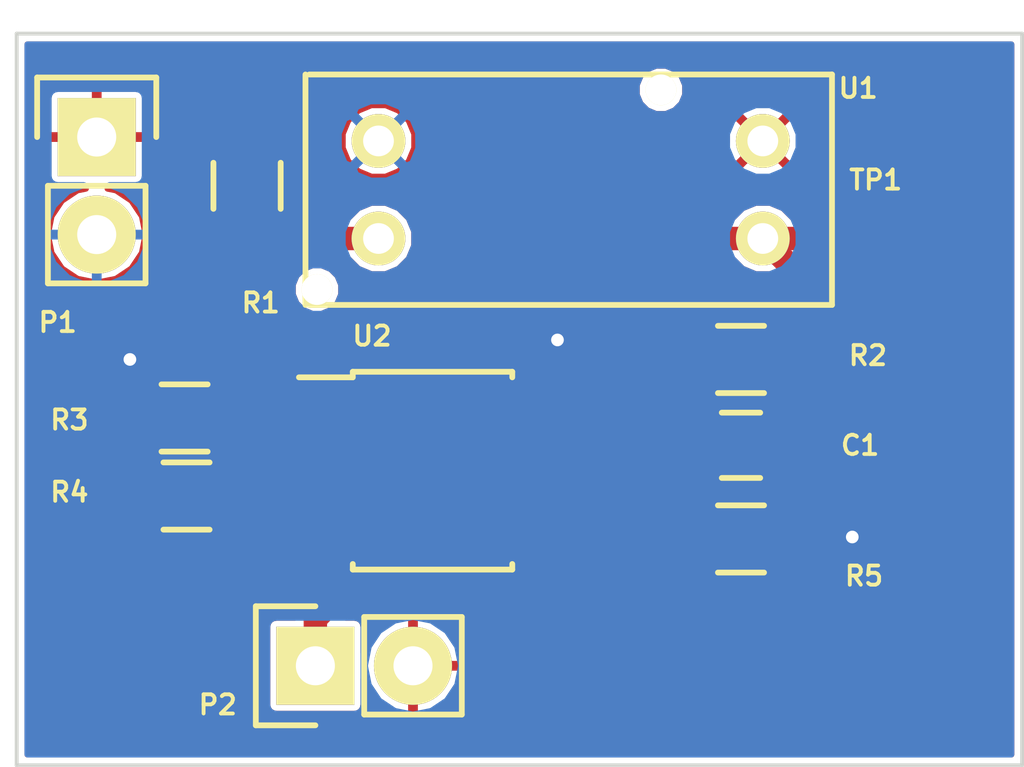
<source format=kicad_pcb>
(kicad_pcb (version 4) (host pcbnew 0.201506122246+5743~23~ubuntu14.10.1-product)

  (general
    (links 22)
    (no_connects 0)
    (area 149.323734 82.506 176.072001 102.666001)
    (thickness 1.6)
    (drawings 4)
    (tracks 44)
    (zones 0)
    (modules 11)
    (nets 8)
  )

  (page A4)
  (layers
    (0 F.Cu signal)
    (31 B.Cu signal)
    (32 B.Adhes user)
    (33 F.Adhes user)
    (34 B.Paste user)
    (35 F.Paste user)
    (36 B.SilkS user)
    (37 F.SilkS user)
    (38 B.Mask user)
    (39 F.Mask user)
    (40 Dwgs.User user)
    (41 Cmts.User user)
    (42 Eco1.User user)
    (43 Eco2.User user)
    (44 Edge.Cuts user)
    (45 Margin user)
    (46 B.CrtYd user)
    (47 F.CrtYd user)
    (48 B.Fab user)
    (49 F.Fab user)
  )

  (setup
    (last_trace_width 0.6096)
    (user_trace_width 0.3048)
    (user_trace_width 0.6096)
    (trace_clearance 0.1524)
    (zone_clearance 0.1524)
    (zone_45_only no)
    (trace_min 0.1524)
    (segment_width 0.2)
    (edge_width 0.1)
    (via_size 0.6858)
    (via_drill 0.3302)
    (via_min_size 0.6858)
    (via_min_drill 0.3302)
    (uvia_size 0.3)
    (uvia_drill 0.1)
    (uvias_allowed no)
    (uvia_min_size 0)
    (uvia_min_drill 0)
    (pcb_text_width 0.3)
    (pcb_text_size 1.5 1.5)
    (mod_edge_width 0.15)
    (mod_text_size 0.5 0.5)
    (mod_text_width 0.1)
    (pad_size 1.5 1.5)
    (pad_drill 0.6)
    (pad_to_mask_clearance 0)
    (aux_axis_origin 0 0)
    (visible_elements FFFEFF7F)
    (pcbplotparams
      (layerselection 0x010fc_80000001)
      (usegerberextensions false)
      (excludeedgelayer true)
      (linewidth 0.100000)
      (plotframeref false)
      (viasonmask false)
      (mode 1)
      (useauxorigin false)
      (hpglpennumber 1)
      (hpglpenspeed 20)
      (hpglpendiameter 15)
      (hpglpenoverlay 2)
      (psnegative false)
      (psa4output false)
      (plotreference true)
      (plotvalue false)
      (plotinvisibletext false)
      (padsonsilk false)
      (subtractmaskfromsilk true)
      (outputformat 1)
      (mirror false)
      (drillshape 0)
      (scaleselection 1)
      (outputdirectory Gerbers/))
  )

  (net 0 "")
  (net 1 VCC)
  (net 2 GND)
  (net 3 "Net-(P2-Pad1)")
  (net 4 "Net-(R1-Pad1)")
  (net 5 "Net-(R2-Pad2)")
  (net 6 "Net-(R3-Pad2)")
  (net 7 "Net-(U2-Pad5)")

  (net_class Default "This is the default net class."
    (clearance 0.1524)
    (trace_width 0.1524)
    (via_dia 0.6858)
    (via_drill 0.3302)
    (uvia_dia 0.3)
    (uvia_drill 0.1)
    (add_net GND)
    (add_net "Net-(P2-Pad1)")
    (add_net "Net-(R1-Pad1)")
    (add_net "Net-(R2-Pad2)")
    (add_net "Net-(R3-Pad2)")
    (add_net "Net-(U2-Pad5)")
    (add_net VCC)
  )

  (module Capacitors_SMD:C_0805_HandSoldering (layer F.Cu) (tedit 557E1C53) (tstamp 557E18D1)
    (at 168.7068 94.2848)
    (descr "Capacitor SMD 0805, hand soldering")
    (tags "capacitor 0805")
    (path /557E1CCF)
    (attr smd)
    (fp_text reference C1 (at 3.0988 0) (layer F.SilkS)
      (effects (font (size 0.5 0.5) (thickness 0.1)))
    )
    (fp_text value C (at 0 2.1) (layer F.Fab)
      (effects (font (size 0.5 0.5) (thickness 0.1)))
    )
    (fp_line (start -2.3 -1) (end 2.3 -1) (layer F.CrtYd) (width 0.05))
    (fp_line (start -2.3 1) (end 2.3 1) (layer F.CrtYd) (width 0.05))
    (fp_line (start -2.3 -1) (end -2.3 1) (layer F.CrtYd) (width 0.05))
    (fp_line (start 2.3 -1) (end 2.3 1) (layer F.CrtYd) (width 0.05))
    (fp_line (start 0.5 -0.85) (end -0.5 -0.85) (layer F.SilkS) (width 0.15))
    (fp_line (start -0.5 0.85) (end 0.5 0.85) (layer F.SilkS) (width 0.15))
    (pad 1 smd rect (at -1.25 0) (size 1.5 1.25) (layers F.Cu F.Paste F.Mask)
      (net 1 VCC))
    (pad 2 smd rect (at 1.25 0) (size 1.5 1.25) (layers F.Cu F.Paste F.Mask)
      (net 2 GND))
    (model Capacitors_SMD.3dshapes/C_0805_HandSoldering.wrl
      (at (xyz 0 0 0))
      (scale (xyz 1 1 1))
      (rotate (xyz 0 0 0))
    )
  )

  (module Pin_Headers:Pin_Header_Straight_1x02 (layer F.Cu) (tedit 557E1C66) (tstamp 557E18D7)
    (at 151.9428 86.2584)
    (descr "Through hole pin header")
    (tags "pin header")
    (path /557E1B5E)
    (fp_text reference P1 (at -1.016 4.826) (layer F.SilkS)
      (effects (font (size 0.5 0.5) (thickness 0.1)))
    )
    (fp_text value CONN_01X02 (at 0 -3.1) (layer F.Fab)
      (effects (font (size 0.5 0.5) (thickness 0.1)))
    )
    (fp_line (start 1.27 1.27) (end 1.27 3.81) (layer F.SilkS) (width 0.15))
    (fp_line (start 1.55 -1.55) (end 1.55 0) (layer F.SilkS) (width 0.15))
    (fp_line (start -1.75 -1.75) (end -1.75 4.3) (layer F.CrtYd) (width 0.05))
    (fp_line (start 1.75 -1.75) (end 1.75 4.3) (layer F.CrtYd) (width 0.05))
    (fp_line (start -1.75 -1.75) (end 1.75 -1.75) (layer F.CrtYd) (width 0.05))
    (fp_line (start -1.75 4.3) (end 1.75 4.3) (layer F.CrtYd) (width 0.05))
    (fp_line (start 1.27 1.27) (end -1.27 1.27) (layer F.SilkS) (width 0.15))
    (fp_line (start -1.55 0) (end -1.55 -1.55) (layer F.SilkS) (width 0.15))
    (fp_line (start -1.55 -1.55) (end 1.55 -1.55) (layer F.SilkS) (width 0.15))
    (fp_line (start -1.27 1.27) (end -1.27 3.81) (layer F.SilkS) (width 0.15))
    (fp_line (start -1.27 3.81) (end 1.27 3.81) (layer F.SilkS) (width 0.15))
    (pad 1 thru_hole rect (at 0 0) (size 2.032 2.032) (drill 1.016) (layers *.Cu *.Mask F.SilkS)
      (net 2 GND))
    (pad 2 thru_hole oval (at 0 2.54) (size 2.032 2.032) (drill 1.016) (layers *.Cu *.Mask F.SilkS)
      (net 1 VCC))
    (model Pin_Headers.3dshapes/Pin_Header_Straight_1x02.wrl
      (at (xyz 0 -0.05 0))
      (scale (xyz 1 1 1))
      (rotate (xyz 0 0 90))
    )
  )

  (module Pin_Headers:Pin_Header_Straight_1x02 (layer F.Cu) (tedit 557E1C43) (tstamp 557E18DD)
    (at 157.6324 100.0252 90)
    (descr "Through hole pin header")
    (tags "pin header")
    (path /557E28CA)
    (fp_text reference P2 (at -1.016 -2.54 360) (layer F.SilkS)
      (effects (font (size 0.5 0.5) (thickness 0.1)))
    )
    (fp_text value CONN_01X02 (at 0 -3.1 90) (layer F.Fab)
      (effects (font (size 0.5 0.5) (thickness 0.1)))
    )
    (fp_line (start 1.27 1.27) (end 1.27 3.81) (layer F.SilkS) (width 0.15))
    (fp_line (start 1.55 -1.55) (end 1.55 0) (layer F.SilkS) (width 0.15))
    (fp_line (start -1.75 -1.75) (end -1.75 4.3) (layer F.CrtYd) (width 0.05))
    (fp_line (start 1.75 -1.75) (end 1.75 4.3) (layer F.CrtYd) (width 0.05))
    (fp_line (start -1.75 -1.75) (end 1.75 -1.75) (layer F.CrtYd) (width 0.05))
    (fp_line (start -1.75 4.3) (end 1.75 4.3) (layer F.CrtYd) (width 0.05))
    (fp_line (start 1.27 1.27) (end -1.27 1.27) (layer F.SilkS) (width 0.15))
    (fp_line (start -1.55 0) (end -1.55 -1.55) (layer F.SilkS) (width 0.15))
    (fp_line (start -1.55 -1.55) (end 1.55 -1.55) (layer F.SilkS) (width 0.15))
    (fp_line (start -1.27 1.27) (end -1.27 3.81) (layer F.SilkS) (width 0.15))
    (fp_line (start -1.27 3.81) (end 1.27 3.81) (layer F.SilkS) (width 0.15))
    (pad 1 thru_hole rect (at 0 0 90) (size 2.032 2.032) (drill 1.016) (layers *.Cu *.Mask F.SilkS)
      (net 3 "Net-(P2-Pad1)"))
    (pad 2 thru_hole oval (at 0 2.54 90) (size 2.032 2.032) (drill 1.016) (layers *.Cu *.Mask F.SilkS)
      (net 2 GND))
    (model Pin_Headers.3dshapes/Pin_Header_Straight_1x02.wrl
      (at (xyz 0 -0.05 0))
      (scale (xyz 1 1 1))
      (rotate (xyz 0 0 90))
    )
  )

  (module Resistors_SMD:R_0805_HandSoldering (layer F.Cu) (tedit 557E1C64) (tstamp 557E18E3)
    (at 155.8544 87.5284 90)
    (descr "Resistor SMD 0805, hand soldering")
    (tags "resistor 0805")
    (path /557E0E54)
    (attr smd)
    (fp_text reference R1 (at -3.048 0.3556 180) (layer F.SilkS)
      (effects (font (size 0.5 0.5) (thickness 0.1)))
    )
    (fp_text value 100 (at 0 2.1 90) (layer F.Fab)
      (effects (font (size 0.5 0.5) (thickness 0.1)))
    )
    (fp_line (start -2.4 -1) (end 2.4 -1) (layer F.CrtYd) (width 0.05))
    (fp_line (start -2.4 1) (end 2.4 1) (layer F.CrtYd) (width 0.05))
    (fp_line (start -2.4 -1) (end -2.4 1) (layer F.CrtYd) (width 0.05))
    (fp_line (start 2.4 -1) (end 2.4 1) (layer F.CrtYd) (width 0.05))
    (fp_line (start 0.6 0.875) (end -0.6 0.875) (layer F.SilkS) (width 0.15))
    (fp_line (start -0.6 -0.875) (end 0.6 -0.875) (layer F.SilkS) (width 0.15))
    (pad 1 smd rect (at -1.35 0 90) (size 1.5 1.3) (layers F.Cu F.Paste F.Mask)
      (net 4 "Net-(R1-Pad1)"))
    (pad 2 smd rect (at 1.35 0 90) (size 1.5 1.3) (layers F.Cu F.Paste F.Mask)
      (net 2 GND))
    (model Resistors_SMD.3dshapes/R_0805_HandSoldering.wrl
      (at (xyz 0 0 0))
      (scale (xyz 1 1 1))
      (rotate (xyz 0 0 0))
    )
  )

  (module Resistors_SMD:R_0805_HandSoldering (layer F.Cu) (tedit 557E1C50) (tstamp 557E18E9)
    (at 168.7068 92.0496)
    (descr "Resistor SMD 0805, hand soldering")
    (tags "resistor 0805")
    (path /557E0EEC)
    (attr smd)
    (fp_text reference R2 (at 3.302 -0.1016) (layer F.SilkS)
      (effects (font (size 0.5 0.5) (thickness 0.1)))
    )
    (fp_text value 1K (at 0 2.1) (layer F.Fab)
      (effects (font (size 0.5 0.5) (thickness 0.1)))
    )
    (fp_line (start -2.4 -1) (end 2.4 -1) (layer F.CrtYd) (width 0.05))
    (fp_line (start -2.4 1) (end 2.4 1) (layer F.CrtYd) (width 0.05))
    (fp_line (start -2.4 -1) (end -2.4 1) (layer F.CrtYd) (width 0.05))
    (fp_line (start 2.4 -1) (end 2.4 1) (layer F.CrtYd) (width 0.05))
    (fp_line (start 0.6 0.875) (end -0.6 0.875) (layer F.SilkS) (width 0.15))
    (fp_line (start -0.6 -0.875) (end 0.6 -0.875) (layer F.SilkS) (width 0.15))
    (pad 1 smd rect (at -1.35 0) (size 1.5 1.3) (layers F.Cu F.Paste F.Mask)
      (net 1 VCC))
    (pad 2 smd rect (at 1.35 0) (size 1.5 1.3) (layers F.Cu F.Paste F.Mask)
      (net 5 "Net-(R2-Pad2)"))
    (model Resistors_SMD.3dshapes/R_0805_HandSoldering.wrl
      (at (xyz 0 0 0))
      (scale (xyz 1 1 1))
      (rotate (xyz 0 0 0))
    )
  )

  (module Resistors_SMD:R_0805_HandSoldering (layer F.Cu) (tedit 557E1C48) (tstamp 557E18EF)
    (at 154.2288 93.5736)
    (descr "Resistor SMD 0805, hand soldering")
    (tags "resistor 0805")
    (path /557E1466)
    (attr smd)
    (fp_text reference R3 (at -2.9972 0.0508) (layer F.SilkS)
      (effects (font (size 0.5 0.5) (thickness 0.1)))
    )
    (fp_text value 1K (at 0 2.1) (layer F.Fab)
      (effects (font (size 0.5 0.5) (thickness 0.1)))
    )
    (fp_line (start -2.4 -1) (end 2.4 -1) (layer F.CrtYd) (width 0.05))
    (fp_line (start -2.4 1) (end 2.4 1) (layer F.CrtYd) (width 0.05))
    (fp_line (start -2.4 -1) (end -2.4 1) (layer F.CrtYd) (width 0.05))
    (fp_line (start 2.4 -1) (end 2.4 1) (layer F.CrtYd) (width 0.05))
    (fp_line (start 0.6 0.875) (end -0.6 0.875) (layer F.SilkS) (width 0.15))
    (fp_line (start -0.6 -0.875) (end 0.6 -0.875) (layer F.SilkS) (width 0.15))
    (pad 1 smd rect (at -1.35 0) (size 1.5 1.3) (layers F.Cu F.Paste F.Mask)
      (net 1 VCC))
    (pad 2 smd rect (at 1.35 0) (size 1.5 1.3) (layers F.Cu F.Paste F.Mask)
      (net 6 "Net-(R3-Pad2)"))
    (model Resistors_SMD.3dshapes/R_0805_HandSoldering.wrl
      (at (xyz 0 0 0))
      (scale (xyz 1 1 1))
      (rotate (xyz 0 0 0))
    )
  )

  (module Resistors_SMD:R_0805_HandSoldering (layer F.Cu) (tedit 557E1C45) (tstamp 557E18F5)
    (at 154.2796 95.6056 180)
    (descr "Resistor SMD 0805, hand soldering")
    (tags "resistor 0805")
    (path /557E13D0)
    (attr smd)
    (fp_text reference R4 (at 3.048 0.1016 180) (layer F.SilkS)
      (effects (font (size 0.5 0.5) (thickness 0.1)))
    )
    (fp_text value 1K (at 0 2.1 180) (layer F.Fab)
      (effects (font (size 0.5 0.5) (thickness 0.1)))
    )
    (fp_line (start -2.4 -1) (end 2.4 -1) (layer F.CrtYd) (width 0.05))
    (fp_line (start -2.4 1) (end 2.4 1) (layer F.CrtYd) (width 0.05))
    (fp_line (start -2.4 -1) (end -2.4 1) (layer F.CrtYd) (width 0.05))
    (fp_line (start 2.4 -1) (end 2.4 1) (layer F.CrtYd) (width 0.05))
    (fp_line (start 0.6 0.875) (end -0.6 0.875) (layer F.SilkS) (width 0.15))
    (fp_line (start -0.6 -0.875) (end 0.6 -0.875) (layer F.SilkS) (width 0.15))
    (pad 1 smd rect (at -1.35 0 180) (size 1.5 1.3) (layers F.Cu F.Paste F.Mask)
      (net 6 "Net-(R3-Pad2)"))
    (pad 2 smd rect (at 1.35 0 180) (size 1.5 1.3) (layers F.Cu F.Paste F.Mask)
      (net 2 GND))
    (model Resistors_SMD.3dshapes/R_0805_HandSoldering.wrl
      (at (xyz 0 0 0))
      (scale (xyz 1 1 1))
      (rotate (xyz 0 0 0))
    )
  )

  (module Resistors_SMD:R_0805_HandSoldering (layer F.Cu) (tedit 557E1C56) (tstamp 557E18FB)
    (at 168.7068 96.7232 180)
    (descr "Resistor SMD 0805, hand soldering")
    (tags "resistor 0805")
    (path /557E1282)
    (attr smd)
    (fp_text reference R5 (at -3.2004 -0.9652 180) (layer F.SilkS)
      (effects (font (size 0.5 0.5) (thickness 0.1)))
    )
    (fp_text value 1K (at 0 2.1 180) (layer F.Fab)
      (effects (font (size 0.5 0.5) (thickness 0.1)))
    )
    (fp_line (start -2.4 -1) (end 2.4 -1) (layer F.CrtYd) (width 0.05))
    (fp_line (start -2.4 1) (end 2.4 1) (layer F.CrtYd) (width 0.05))
    (fp_line (start -2.4 -1) (end -2.4 1) (layer F.CrtYd) (width 0.05))
    (fp_line (start 2.4 -1) (end 2.4 1) (layer F.CrtYd) (width 0.05))
    (fp_line (start 0.6 0.875) (end -0.6 0.875) (layer F.SilkS) (width 0.15))
    (fp_line (start -0.6 -0.875) (end 0.6 -0.875) (layer F.SilkS) (width 0.15))
    (pad 1 smd rect (at -1.35 0 180) (size 1.5 1.3) (layers F.Cu F.Paste F.Mask)
      (net 1 VCC))
    (pad 2 smd rect (at 1.35 0 180) (size 1.5 1.3) (layers F.Cu F.Paste F.Mask)
      (net 3 "Net-(P2-Pad1)"))
    (model Resistors_SMD.3dshapes/R_0805_HandSoldering.wrl
      (at (xyz 0 0 0))
      (scale (xyz 1 1 1))
      (rotate (xyz 0 0 0))
    )
  )

  (module Housings_SOIC:SOIC-8_3.9x4.9mm_Pitch1.27mm (layer F.Cu) (tedit 557E1C4B) (tstamp 557E190C)
    (at 160.6804 94.9452)
    (descr "8-Lead Plastic Small Outline (SN) - Narrow, 3.90 mm Body [SOIC] (see Microchip Packaging Specification 00000049BS.pdf)")
    (tags "SOIC 1.27")
    (path /557E112B)
    (attr smd)
    (fp_text reference U2 (at -1.5748 -3.5052) (layer F.SilkS)
      (effects (font (size 0.5 0.5) (thickness 0.1)))
    )
    (fp_text value LM311N (at 0 3.5) (layer F.Fab)
      (effects (font (size 0.5 0.5) (thickness 0.1)))
    )
    (fp_line (start -3.75 -2.75) (end -3.75 2.75) (layer F.CrtYd) (width 0.05))
    (fp_line (start 3.75 -2.75) (end 3.75 2.75) (layer F.CrtYd) (width 0.05))
    (fp_line (start -3.75 -2.75) (end 3.75 -2.75) (layer F.CrtYd) (width 0.05))
    (fp_line (start -3.75 2.75) (end 3.75 2.75) (layer F.CrtYd) (width 0.05))
    (fp_line (start -2.075 -2.575) (end -2.075 -2.43) (layer F.SilkS) (width 0.15))
    (fp_line (start 2.075 -2.575) (end 2.075 -2.43) (layer F.SilkS) (width 0.15))
    (fp_line (start 2.075 2.575) (end 2.075 2.43) (layer F.SilkS) (width 0.15))
    (fp_line (start -2.075 2.575) (end -2.075 2.43) (layer F.SilkS) (width 0.15))
    (fp_line (start -2.075 -2.575) (end 2.075 -2.575) (layer F.SilkS) (width 0.15))
    (fp_line (start -2.075 2.575) (end 2.075 2.575) (layer F.SilkS) (width 0.15))
    (fp_line (start -2.075 -2.43) (end -3.475 -2.43) (layer F.SilkS) (width 0.15))
    (pad 1 smd rect (at -2.7 -1.905) (size 1.55 0.6) (layers F.Cu F.Paste F.Mask)
      (net 2 GND))
    (pad 2 smd rect (at -2.7 -0.635) (size 1.55 0.6) (layers F.Cu F.Paste F.Mask)
      (net 5 "Net-(R2-Pad2)"))
    (pad 3 smd rect (at -2.7 0.635) (size 1.55 0.6) (layers F.Cu F.Paste F.Mask)
      (net 6 "Net-(R3-Pad2)"))
    (pad 4 smd rect (at -2.7 1.905) (size 1.55 0.6) (layers F.Cu F.Paste F.Mask)
      (net 2 GND))
    (pad 5 smd rect (at 2.7 1.905) (size 1.55 0.6) (layers F.Cu F.Paste F.Mask)
      (net 7 "Net-(U2-Pad5)"))
    (pad 6 smd rect (at 2.7 0.635) (size 1.55 0.6) (layers F.Cu F.Paste F.Mask)
      (net 7 "Net-(U2-Pad5)"))
    (pad 7 smd rect (at 2.7 -0.635) (size 1.55 0.6) (layers F.Cu F.Paste F.Mask)
      (net 3 "Net-(P2-Pad1)"))
    (pad 8 smd rect (at 2.7 -1.905) (size 1.55 0.6) (layers F.Cu F.Paste F.Mask)
      (net 1 VCC))
    (model Housings_SOIC.3dshapes/SOIC-8_3.9x4.9mm_Pitch1.27mm.wrl
      (at (xyz 0 0 0))
      (scale (xyz 1 1 1))
      (rotate (xyz 0 0 0))
    )
  )

  (module MotorEncoder:RPI-579N1 (layer F.Cu) (tedit 557E1C77) (tstamp 557E1976)
    (at 164.2745 87.63)
    (path /557E0DBD)
    (fp_text reference U1 (at 7.4803 -2.6416) (layer F.SilkS)
      (effects (font (size 0.5 0.5) (thickness 0.1)))
    )
    (fp_text value RPI-579N1 (at -0.254 -4.4196) (layer F.Fab)
      (effects (font (size 0.5 0.5) (thickness 0.1)))
    )
    (fp_line (start -6.8 -3) (end 6.8 -3) (layer F.SilkS) (width 0.15))
    (fp_line (start 6.8 -3) (end 6.8 3) (layer F.SilkS) (width 0.15))
    (fp_line (start 6.8 3) (end -6.8 3) (layer F.SilkS) (width 0.15))
    (fp_line (start -6.9 -3) (end -6.9 3) (layer F.SilkS) (width 0.15))
    (pad "" np_thru_hole circle (at 2.35 -2.6) (size 0.8 0.8) (drill 0.8) (layers *.Cu *.Mask F.SilkS))
    (pad "" np_thru_hole circle (at -6.6 2.6) (size 0.8 0.8) (drill 0.8) (layers *.Cu *.Mask F.SilkS))
    (pad 2 thru_hole circle (at -5 1.27) (size 1.4 1.4) (drill 0.8) (layers *.Cu *.Mask F.SilkS)
      (net 4 "Net-(R1-Pad1)"))
    (pad 1 thru_hole circle (at -5 -1.27) (size 1.4 1.4) (drill 0.8) (layers *.Cu *.Mask F.SilkS)
      (net 1 VCC))
    (pad 3 thru_hole circle (at 5 1.27) (size 1.4 1.4) (drill 0.8) (layers *.Cu *.Mask F.SilkS)
      (net 5 "Net-(R2-Pad2)"))
    (pad 4 thru_hole circle (at 5 -1.27) (size 1.4 1.4) (drill 0.8) (layers *.Cu *.Mask F.SilkS)
      (net 2 GND))
  )

  (module Measurement_Points:Measurement_Point_Round-SMD-Pad_Small (layer F.Cu) (tedit 557E1D4C) (tstamp 557E1900)
    (at 172.466 88.9)
    (descr "Mesurement Point, Round, SMD Pad, DM 1.5mm,")
    (tags "Mesurement Point, Round, SMD Pad, DM 1.5mm,")
    (path /557E2BC3)
    (fp_text reference TP1 (at -0.254 -1.524) (layer F.SilkS)
      (effects (font (size 0.5 0.5) (thickness 0.1)))
    )
    (fp_text value OptoOut (at 1.27 2.54) (layer F.Fab)
      (effects (font (size 0.5 0.5) (thickness 0.1)))
    )
    (pad 1 smd circle (at 0 0) (size 1.524 1.524) (layers F.Cu F.Paste F.Mask)
      (net 5 "Net-(R2-Pad2)"))
  )

  (gr_line (start 176.022 83.566) (end 149.86 83.566) (angle 90) (layer Edge.Cuts) (width 0.1))
  (gr_line (start 176.022 102.616) (end 176.022 83.566) (angle 90) (layer Edge.Cuts) (width 0.1))
  (gr_line (start 149.86 102.616) (end 176.022 102.616) (angle 90) (layer Edge.Cuts) (width 0.1))
  (gr_line (start 149.86 83.566) (end 149.86 102.616) (angle 90) (layer Edge.Cuts) (width 0.1))

  (segment (start 152.8788 93.5736) (end 152.8788 92.122) (width 0.6096) (layer F.Cu) (net 1))
  (via (at 152.8064 92.0496) (size 0.6858) (layers F.Cu B.Cu) (net 1))
  (segment (start 152.8788 92.122) (end 152.8064 92.0496) (width 0.6096) (layer F.Cu) (net 1) (tstamp 557E1C33))
  (segment (start 170.0568 96.7232) (end 171.5516 96.7232) (width 0.6096) (layer F.Cu) (net 1))
  (via (at 171.6024 96.6724) (size 0.6858) (layers F.Cu B.Cu) (net 1))
  (segment (start 171.5516 96.7232) (end 171.6024 96.6724) (width 0.6096) (layer F.Cu) (net 1) (tstamp 557E1B76))
  (segment (start 167.3568 92.0496) (end 165.862 92.0496) (width 0.6096) (layer F.Cu) (net 1))
  (segment (start 165.862 92.0496) (end 164.9984 92.9132) (width 0.6096) (layer F.Cu) (net 1) (tstamp 557E1B0A))
  (segment (start 164.592 92.9132) (end 164.9984 92.9132) (width 0.6096) (layer F.Cu) (net 1))
  (segment (start 166.37 94.2848) (end 167.4568 94.2848) (width 0.6096) (layer F.Cu) (net 1) (tstamp 557E1B07))
  (segment (start 164.9984 92.9132) (end 166.37 94.2848) (width 0.6096) (layer F.Cu) (net 1) (tstamp 557E1B06))
  (segment (start 164.592 92.964) (end 164.592 92.9132) (width 0.6096) (layer F.Cu) (net 1))
  (segment (start 164.592 92.9132) (end 164.592 92.202) (width 0.6096) (layer F.Cu) (net 1) (tstamp 557E1B04))
  (via (at 163.9316 91.5416) (size 0.6858) (layers F.Cu B.Cu) (net 1))
  (segment (start 164.592 92.202) (end 163.9316 91.5416) (width 0.6096) (layer F.Cu) (net 1) (tstamp 557E1A73))
  (segment (start 164.592 92.964) (end 163.4566 92.964) (width 0.6096) (layer F.Cu) (net 1) (tstamp 557E1A71))
  (segment (start 163.4566 92.964) (end 163.3804 93.0402) (width 0.6096) (layer F.Cu) (net 1) (tstamp 557E1A6E))
  (segment (start 167.3568 96.7232) (end 166.7256 96.7232) (width 0.6096) (layer F.Cu) (net 3))
  (segment (start 166.7256 96.7232) (end 165.354 95.3516) (width 0.6096) (layer F.Cu) (net 3) (tstamp 557E1B6D))
  (segment (start 165.354 95.3516) (end 165.354 94.8944) (width 0.6096) (layer F.Cu) (net 3) (tstamp 557E1B6F))
  (segment (start 165.354 94.8944) (end 164.7698 94.3102) (width 0.6096) (layer F.Cu) (net 3) (tstamp 557E1B71))
  (segment (start 164.7698 94.3102) (end 163.3804 94.3102) (width 0.6096) (layer F.Cu) (net 3) (tstamp 557E1B72))
  (segment (start 157.6324 100.0252) (end 157.6324 98.806) (width 0.6096) (layer F.Cu) (net 3))
  (segment (start 162.0266 94.3102) (end 163.3804 94.3102) (width 0.6096) (layer F.Cu) (net 3) (tstamp 557E1B5A))
  (segment (start 161.4424 94.8944) (end 162.0266 94.3102) (width 0.6096) (layer F.Cu) (net 3) (tstamp 557E1B59))
  (segment (start 161.4424 96.012) (end 161.4424 94.8944) (width 0.6096) (layer F.Cu) (net 3) (tstamp 557E1B57))
  (segment (start 159.3596 98.0948) (end 161.4424 96.012) (width 0.6096) (layer F.Cu) (net 3) (tstamp 557E1B56))
  (segment (start 158.3436 98.0948) (end 159.3596 98.0948) (width 0.6096) (layer F.Cu) (net 3) (tstamp 557E1B55))
  (segment (start 157.6324 98.806) (end 158.3436 98.0948) (width 0.6096) (layer F.Cu) (net 3) (tstamp 557E1B53))
  (segment (start 155.8836 88.9) (end 159.2745 88.9) (width 0.6096) (layer F.Cu) (net 4))
  (segment (start 172.466 88.9) (end 169.2745 88.9) (width 0.6096) (layer F.Cu) (net 5))
  (segment (start 169.3253 88.9508) (end 169.2745 88.9) (width 0.6096) (layer F.Cu) (net 5) (tstamp 557E1D0A))
  (segment (start 170.0568 92.0496) (end 170.0568 89.6823) (width 0.6096) (layer F.Cu) (net 5))
  (segment (start 170.0568 89.6823) (end 169.2745 88.9) (width 0.6096) (layer F.Cu) (net 5) (tstamp 557E1B0E))
  (segment (start 169.2745 88.9) (end 163.576 88.9) (width 0.6096) (layer F.Cu) (net 5))
  (segment (start 160.147 94.3102) (end 157.9804 94.3102) (width 0.6096) (layer F.Cu) (net 5) (tstamp 557E1A60))
  (segment (start 160.782 93.6752) (end 160.147 94.3102) (width 0.6096) (layer F.Cu) (net 5) (tstamp 557E1A5F))
  (segment (start 160.782 91.694) (end 160.782 93.6752) (width 0.6096) (layer F.Cu) (net 5) (tstamp 557E1A5D))
  (segment (start 163.576 88.9) (end 160.782 91.694) (width 0.6096) (layer F.Cu) (net 5) (tstamp 557E1A5B))
  (segment (start 155.5788 93.5736) (end 155.5788 95.5548) (width 0.6096) (layer F.Cu) (net 6))
  (segment (start 155.5788 95.5548) (end 155.6296 95.6056) (width 0.6096) (layer F.Cu) (net 6) (tstamp 557E1C2F))
  (segment (start 155.6296 95.6056) (end 157.955 95.6056) (width 0.6096) (layer F.Cu) (net 6))
  (segment (start 157.955 95.6056) (end 157.9804 95.5802) (width 0.6096) (layer F.Cu) (net 6) (tstamp 557E1BC7))
  (segment (start 163.3804 95.5802) (end 163.3804 96.8502) (width 0.6096) (layer F.Cu) (net 7))

  (zone (net 2) (net_name GND) (layer F.Cu) (tstamp 557E1CC1) (hatch edge 0.508)
    (connect_pads (clearance 0.1524))
    (min_thickness 0.1524)
    (fill yes (arc_segments 16) (thermal_gap 0.254) (thermal_bridge_width 0.254))
    (polygon
      (pts
        (xy 176.022 102.616) (xy 149.86 102.616) (xy 149.86 83.566) (xy 176.022 83.566)
      )
    )
    (filled_polygon
      (pts
        (xy 175.7434 102.3374) (xy 175.7434 102.3374) (xy 150.1386 102.3374) (xy 150.1386 96.901) (xy 156.95775 96.901)
        (xy 156.8752 96.98355) (xy 156.8752 97.215881) (xy 156.92547 97.337243) (xy 157.018357 97.43013) (xy 157.139719 97.4804)
        (xy 157.84705 97.4804) (xy 157.9296 97.39785) (xy 157.9296 96.901) (xy 158.0312 96.901) (xy 158.0312 97.39785)
        (xy 158.11375 97.4804) (xy 158.821081 97.4804) (xy 158.942443 97.43013) (xy 159.03533 97.337243) (xy 159.0856 97.215881)
        (xy 159.0856 96.98355) (xy 159.00305 96.901) (xy 158.0312 96.901) (xy 157.9296 96.901) (xy 157.9296 96.901)
        (xy 156.95775 96.901) (xy 150.1386 96.901) (xy 150.1386 95.6564) (xy 151.93195 95.6564) (xy 151.8494 95.73895)
        (xy 151.8494 96.321281) (xy 151.89967 96.442643) (xy 151.992557 96.53553) (xy 152.113919 96.5858) (xy 152.79625 96.5858)
        (xy 152.8788 96.50325) (xy 152.8788 95.6564) (xy 152.9804 95.6564) (xy 152.9804 96.50325) (xy 153.06295 96.5858)
        (xy 153.745281 96.5858) (xy 153.866643 96.53553) (xy 153.95953 96.442643) (xy 154.0098 96.321281) (xy 154.0098 95.73895)
        (xy 153.92725 95.6564) (xy 152.9804 95.6564) (xy 152.8788 95.6564) (xy 152.8788 95.6564) (xy 151.93195 95.6564)
        (xy 150.1386 95.6564) (xy 150.1386 94.6254) (xy 152.113919 94.6254) (xy 151.992557 94.67567) (xy 151.89967 94.768557)
        (xy 151.8494 94.889919) (xy 151.8494 95.47225) (xy 151.93195 95.5548) (xy 152.8788 95.5548) (xy 152.8788 94.70795)
        (xy 152.79625 94.6254) (xy 153.06295 94.6254) (xy 152.9804 94.70795) (xy 152.9804 95.5548) (xy 153.92725 95.5548)
        (xy 154.0098 95.47225) (xy 154.0098 94.889919) (xy 153.95953 94.768557) (xy 153.866643 94.67567) (xy 153.745281 94.6254)
        (xy 153.06295 94.6254) (xy 152.79625 94.6254) (xy 152.79625 94.6254) (xy 152.113919 94.6254) (xy 150.1386 94.6254)
        (xy 150.1386 91.478001) (xy 152.69322 91.478001) (xy 152.483094 91.564824) (xy 152.322189 91.725449) (xy 152.235 91.935423)
        (xy 152.234801 92.16278) (xy 152.321624 92.372906) (xy 152.3454 92.396723) (xy 152.3454 92.690521) (xy 152.1288 92.690521)
        (xy 152.041636 92.707433) (xy 151.965026 92.757758) (xy 151.913744 92.833729) (xy 151.895721 92.9236) (xy 151.895721 94.2236)
        (xy 151.912633 94.310764) (xy 151.962958 94.387374) (xy 152.038929 94.438656) (xy 152.1288 94.456679) (xy 153.6288 94.456679)
        (xy 153.715964 94.439767) (xy 153.792574 94.389442) (xy 153.843856 94.313471) (xy 153.861879 94.2236) (xy 153.861879 92.9236)
        (xy 153.844967 92.836436) (xy 153.794642 92.759826) (xy 153.718671 92.708544) (xy 153.6288 92.690521) (xy 154.8288 92.690521)
        (xy 154.741636 92.707433) (xy 154.665026 92.757758) (xy 154.613744 92.833729) (xy 154.595721 92.9236) (xy 154.595721 94.2236)
        (xy 154.612633 94.310764) (xy 154.662958 94.387374) (xy 154.738929 94.438656) (xy 154.8288 94.456679) (xy 155.0454 94.456679)
        (xy 155.0454 94.722521) (xy 154.8796 94.722521) (xy 154.792436 94.739433) (xy 154.715826 94.789758) (xy 154.664544 94.865729)
        (xy 154.646521 94.9556) (xy 154.646521 96.2556) (xy 154.663433 96.342764) (xy 154.713758 96.419374) (xy 154.789729 96.470656)
        (xy 154.8796 96.488679) (xy 156.3796 96.488679) (xy 156.466764 96.471767) (xy 156.543374 96.421442) (xy 156.594656 96.345471)
        (xy 156.612679 96.2556) (xy 156.612679 96.22) (xy 157.139719 96.22) (xy 157.018357 96.27027) (xy 156.92547 96.363157)
        (xy 156.8752 96.484519) (xy 156.8752 96.71685) (xy 156.95775 96.7994) (xy 157.9296 96.7994) (xy 157.9296 96.30255)
        (xy 157.84705 96.22) (xy 158.11375 96.22) (xy 158.0312 96.30255) (xy 158.0312 96.7994) (xy 159.00305 96.7994)
        (xy 159.0856 96.71685) (xy 159.0856 96.484519) (xy 159.03533 96.363157) (xy 158.942443 96.27027) (xy 158.821081 96.22)
        (xy 158.11375 96.22) (xy 157.84705 96.22) (xy 157.84705 96.22) (xy 157.139719 96.22) (xy 156.612679 96.22)
        (xy 156.612679 96.139) (xy 157.955 96.139) (xy 158.084307 96.113279) (xy 158.7554 96.113279) (xy 158.842564 96.096367)
        (xy 158.919174 96.046042) (xy 158.970456 95.970071) (xy 158.988479 95.8802) (xy 158.988479 95.2802) (xy 158.971567 95.193036)
        (xy 158.921242 95.116426) (xy 158.845271 95.065144) (xy 158.7554 95.047121) (xy 157.982014 95.047121) (xy 157.9804 95.0468)
        (xy 157.978786 95.047121) (xy 157.2054 95.047121) (xy 157.118236 95.064033) (xy 157.105803 95.0722) (xy 156.612679 95.0722)
        (xy 156.612679 94.9556) (xy 156.595767 94.868436) (xy 156.545442 94.791826) (xy 156.469471 94.740544) (xy 156.3796 94.722521)
        (xy 156.1122 94.722521) (xy 156.1122 94.456679) (xy 156.3288 94.456679) (xy 156.415964 94.439767) (xy 156.492574 94.389442)
        (xy 156.543856 94.313471) (xy 156.561879 94.2236) (xy 156.561879 93.091) (xy 156.95775 93.091) (xy 156.8752 93.17355)
        (xy 156.8752 93.405881) (xy 156.92547 93.527243) (xy 157.018357 93.62013) (xy 157.139719 93.6704) (xy 157.84705 93.6704)
        (xy 157.9296 93.58785) (xy 157.9296 93.091) (xy 158.0312 93.091) (xy 158.0312 93.58785) (xy 158.11375 93.6704)
        (xy 158.821081 93.6704) (xy 158.942443 93.62013) (xy 159.03533 93.527243) (xy 159.0856 93.405881) (xy 159.0856 93.17355)
        (xy 159.00305 93.091) (xy 158.0312 93.091) (xy 157.9296 93.091) (xy 157.9296 93.091) (xy 156.95775 93.091)
        (xy 156.561879 93.091) (xy 156.561879 92.9236) (xy 156.544967 92.836436) (xy 156.494642 92.759826) (xy 156.418671 92.708544)
        (xy 156.3288 92.690521) (xy 154.8288 92.690521) (xy 153.6288 92.690521) (xy 153.6288 92.690521) (xy 153.4122 92.690521)
        (xy 153.4122 92.41) (xy 157.139719 92.41) (xy 157.018357 92.46027) (xy 156.92547 92.553157) (xy 156.8752 92.674519)
        (xy 156.8752 92.90685) (xy 156.95775 92.9894) (xy 157.9296 92.9894) (xy 157.9296 92.49255) (xy 157.84705 92.41)
        (xy 158.11375 92.41) (xy 158.0312 92.49255) (xy 158.0312 92.9894) (xy 159.00305 92.9894) (xy 159.0856 92.90685)
        (xy 159.0856 92.674519) (xy 159.03533 92.553157) (xy 158.942443 92.46027) (xy 158.821081 92.41) (xy 158.11375 92.41)
        (xy 157.84705 92.41) (xy 157.84705 92.41) (xy 157.139719 92.41) (xy 153.4122 92.41) (xy 153.4122 92.122)
        (xy 153.377987 91.950002) (xy 153.377999 91.93642) (xy 153.372767 91.923757) (xy 153.371597 91.917877) (xy 153.368295 91.912936)
        (xy 153.291176 91.726294) (xy 153.130551 91.565389) (xy 152.920577 91.4782) (xy 152.69322 91.478001) (xy 150.1386 91.478001)
        (xy 150.1386 86.3092) (xy 150.67915 86.3092) (xy 150.5966 86.39175) (xy 150.5966 87.340081) (xy 150.64687 87.461443)
        (xy 150.739757 87.55433) (xy 150.861119 87.6046) (xy 151.663029 87.6046) (xy 151.442129 87.64854) (xy 151.038352 87.918335)
        (xy 150.768557 88.322112) (xy 150.673817 88.7984) (xy 150.768557 89.274688) (xy 151.038352 89.678465) (xy 151.442129 89.94826)
        (xy 151.918417 90.043) (xy 151.967183 90.043) (xy 152.443471 89.94826) (xy 152.847248 89.678465) (xy 153.117043 89.274688)
        (xy 153.211783 88.7984) (xy 153.117043 88.322112) (xy 152.847248 87.918335) (xy 152.812806 87.895321) (xy 155.2044 87.895321)
        (xy 155.117236 87.912233) (xy 155.040626 87.962558) (xy 154.989344 88.038529) (xy 154.971321 88.1284) (xy 154.971321 89.6284)
        (xy 154.988233 89.715564) (xy 155.038558 89.792174) (xy 155.114529 89.843456) (xy 155.2044 89.861479) (xy 156.5044 89.861479)
        (xy 156.591564 89.844567) (xy 156.668174 89.794242) (xy 156.719456 89.718271) (xy 156.737479 89.6284) (xy 156.737479 89.601291)
        (xy 157.550012 89.601291) (xy 157.318892 89.696788) (xy 157.14191 89.873462) (xy 157.046009 90.104415) (xy 157.045791 90.354488)
        (xy 157.141288 90.585608) (xy 157.317962 90.76259) (xy 157.548915 90.858491) (xy 157.798988 90.858709) (xy 158.030108 90.763212)
        (xy 158.20709 90.586538) (xy 158.302991 90.355585) (xy 158.303209 90.105512) (xy 158.207712 89.874392) (xy 158.031038 89.69741)
        (xy 157.800085 89.601509) (xy 157.550012 89.601291) (xy 156.737479 89.601291) (xy 156.737479 89.4334) (xy 158.494876 89.4334)
        (xy 158.747804 89.686769) (xy 159.08898 89.828438) (xy 159.4584 89.82876) (xy 159.799822 89.687688) (xy 160.061269 89.426696)
        (xy 160.202938 89.08552) (xy 160.20326 88.7161) (xy 160.062188 88.374678) (xy 159.801196 88.113231) (xy 159.46002 87.971562)
        (xy 159.0906 87.97124) (xy 158.749178 88.112312) (xy 158.494447 88.3666) (xy 156.737479 88.3666) (xy 156.737479 88.1284)
        (xy 156.720567 88.041236) (xy 156.670242 87.964626) (xy 156.594271 87.913344) (xy 156.573747 87.909228) (xy 172.269822 87.909228)
        (xy 171.905603 88.059721) (xy 171.6267 88.338138) (xy 171.614881 88.3666) (xy 170.054124 88.3666) (xy 169.801196 88.113231)
        (xy 169.46002 87.971562) (xy 169.0906 87.97124) (xy 168.749178 88.112312) (xy 168.494447 88.3666) (xy 163.576005 88.3666)
        (xy 163.576 88.366599) (xy 163.371877 88.407203) (xy 163.198829 88.522829) (xy 160.404829 91.316829) (xy 160.289203 91.489877)
        (xy 160.2486 91.694) (xy 160.2486 93.454259) (xy 159.926058 93.7768) (xy 157.9804 93.7768) (xy 157.978786 93.777121)
        (xy 157.2054 93.777121) (xy 157.118236 93.794033) (xy 157.041626 93.844358) (xy 156.990344 93.920329) (xy 156.972321 94.0102)
        (xy 156.972321 94.6102) (xy 156.989233 94.697364) (xy 157.039558 94.773974) (xy 157.115529 94.825256) (xy 157.2054 94.843279)
        (xy 157.978786 94.843279) (xy 157.9804 94.8436) (xy 160.147 94.8436) (xy 160.351123 94.802997) (xy 160.524171 94.687371)
        (xy 160.524172 94.68737) (xy 161.159168 94.052373) (xy 161.159171 94.052371) (xy 161.274797 93.879323) (xy 161.287114 93.817403)
        (xy 161.29519 93.776799) (xy 162.0266 93.776799) (xy 161.822477 93.817403) (xy 161.649429 93.933029) (xy 161.649427 93.933032)
        (xy 161.065229 94.517229) (xy 160.949603 94.690277) (xy 160.909 94.8944) (xy 160.909 95.791058) (xy 159.138658 97.5614)
        (xy 158.343605 97.5614) (xy 158.3436 97.561399) (xy 158.139477 97.602003) (xy 157.966429 97.717629) (xy 157.255229 98.428829)
        (xy 157.139603 98.601877) (xy 157.104943 98.776121) (xy 156.6164 98.776121) (xy 156.529236 98.793033) (xy 156.452626 98.843358)
        (xy 156.401344 98.919329) (xy 156.383321 99.0092) (xy 156.383321 101.0412) (xy 156.400233 101.128364) (xy 156.450558 101.204974)
        (xy 156.526529 101.256256) (xy 156.6164 101.274279) (xy 158.6484 101.274279) (xy 158.735564 101.257367) (xy 158.812174 101.207042)
        (xy 158.863456 101.131071) (xy 158.881479 101.0412) (xy 158.881479 100.358108) (xy 159.051933 100.771402) (xy 159.422783 101.143385)
        (xy 159.907755 101.345134) (xy 159.911783 101.345932) (xy 160.1216 101.287828) (xy 160.1216 100.076) (xy 160.2232 100.076)
        (xy 160.2232 101.287828) (xy 160.433017 101.345932) (xy 160.437045 101.345134) (xy 160.922017 101.143385) (xy 161.292867 100.771402)
        (xy 161.493136 100.285817) (xy 161.435095 100.076) (xy 160.2232 100.076) (xy 160.1216 100.076) (xy 160.1216 100.076)
        (xy 160.1016 100.076) (xy 160.1016 99.9744) (xy 160.1216 99.9744) (xy 160.1216 98.762572) (xy 159.911783 98.704468)
        (xy 160.433017 98.704468) (xy 160.2232 98.762572) (xy 160.2232 99.9744) (xy 161.435095 99.9744) (xy 161.493136 99.764583)
        (xy 161.292867 99.278998) (xy 160.922017 98.907015) (xy 160.437045 98.705266) (xy 160.433017 98.704468) (xy 159.911783 98.704468)
        (xy 159.911783 98.704468) (xy 159.907755 98.705266) (xy 159.422783 98.907015) (xy 159.051933 99.278998) (xy 158.881479 99.692292)
        (xy 158.881479 99.0092) (xy 158.864567 98.922036) (xy 158.814242 98.845426) (xy 158.738271 98.794144) (xy 158.6484 98.776121)
        (xy 158.416621 98.776121) (xy 158.564542 98.6282) (xy 159.3596 98.6282) (xy 159.563723 98.587597) (xy 159.736771 98.471971)
        (xy 161.819571 96.389171) (xy 161.935197 96.216123) (xy 161.9758 96.012) (xy 161.9758 95.115342) (xy 162.044341 95.0468)
        (xy 163.3804 95.0468) (xy 163.378786 95.047121) (xy 162.6054 95.047121) (xy 162.518236 95.064033) (xy 162.441626 95.114358)
        (xy 162.390344 95.190329) (xy 162.372321 95.2802) (xy 162.372321 95.8802) (xy 162.389233 95.967364) (xy 162.439558 96.043974)
        (xy 162.515529 96.095256) (xy 162.6054 96.113279) (xy 162.847 96.113279) (xy 162.847 96.317121) (xy 162.6054 96.317121)
        (xy 162.518236 96.334033) (xy 162.441626 96.384358) (xy 162.390344 96.460329) (xy 162.372321 96.5502) (xy 162.372321 97.1502)
        (xy 162.389233 97.237364) (xy 162.439558 97.313974) (xy 162.515529 97.365256) (xy 162.6054 97.383279) (xy 163.378786 97.383279)
        (xy 163.3804 97.3836) (xy 163.382014 97.383279) (xy 164.1554 97.383279) (xy 164.242564 97.366367) (xy 164.319174 97.316042)
        (xy 164.370456 97.240071) (xy 164.388479 97.1502) (xy 164.388479 96.5502) (xy 164.371567 96.463036) (xy 164.321242 96.386426)
        (xy 164.245271 96.335144) (xy 164.1554 96.317121) (xy 163.9138 96.317121) (xy 163.9138 96.113279) (xy 164.1554 96.113279)
        (xy 164.242564 96.096367) (xy 164.319174 96.046042) (xy 164.370456 95.970071) (xy 164.388479 95.8802) (xy 164.388479 95.2802)
        (xy 164.371567 95.193036) (xy 164.321242 95.116426) (xy 164.245271 95.065144) (xy 164.1554 95.047121) (xy 163.382014 95.047121)
        (xy 163.3804 95.0468) (xy 162.044341 95.0468) (xy 162.247541 94.8436) (xy 164.548858 94.8436) (xy 164.8206 95.115341)
        (xy 164.8206 95.3516) (xy 164.861203 95.555723) (xy 164.976829 95.728771) (xy 166.348429 97.100371) (xy 166.373721 97.117271)
        (xy 166.373721 97.3732) (xy 166.390633 97.460364) (xy 166.440958 97.536974) (xy 166.516929 97.588256) (xy 166.6068 97.606279)
        (xy 168.1068 97.606279) (xy 168.193964 97.589367) (xy 168.270574 97.539042) (xy 168.321856 97.463071) (xy 168.339879 97.3732)
        (xy 168.339879 96.0732) (xy 168.322967 95.986036) (xy 168.272642 95.909426) (xy 168.196671 95.858144) (xy 168.1068 95.840121)
        (xy 169.3068 95.840121) (xy 169.219636 95.857033) (xy 169.143026 95.907358) (xy 169.091744 95.983329) (xy 169.073721 96.0732)
        (xy 169.073721 97.3732) (xy 169.090633 97.460364) (xy 169.140958 97.536974) (xy 169.216929 97.588256) (xy 169.3068 97.606279)
        (xy 170.8068 97.606279) (xy 170.893964 97.589367) (xy 170.970574 97.539042) (xy 171.021856 97.463071) (xy 171.039879 97.3732)
        (xy 171.039879 97.2566) (xy 171.5516 97.2566) (xy 171.61539 97.243911) (xy 171.71558 97.243999) (xy 171.925706 97.157176)
        (xy 172.086611 96.996551) (xy 172.1738 96.786577) (xy 172.173999 96.55922) (xy 172.087176 96.349094) (xy 171.926551 96.188189)
        (xy 171.716577 96.101) (xy 171.48922 96.100801) (xy 171.279094 96.187624) (xy 171.276914 96.1898) (xy 171.039879 96.1898)
        (xy 171.039879 96.0732) (xy 171.022967 95.986036) (xy 170.972642 95.909426) (xy 170.896671 95.858144) (xy 170.8068 95.840121)
        (xy 169.3068 95.840121) (xy 168.1068 95.840121) (xy 168.1068 95.840121) (xy 166.6068 95.840121) (xy 166.598478 95.841736)
        (xy 165.8874 95.130658) (xy 165.8874 94.894405) (xy 165.887401 94.8944) (xy 165.846797 94.690277) (xy 165.803448 94.6254)
        (xy 165.731171 94.517229) (xy 165.731168 94.517227) (xy 165.146971 93.933029) (xy 164.973923 93.817403) (xy 164.7698 93.7768)
        (xy 162.026605 93.7768) (xy 162.0266 93.776799) (xy 161.29519 93.776799) (xy 161.315401 93.6752) (xy 161.3154 93.675195)
        (xy 161.3154 91.914942) (xy 162.260341 90.970001) (xy 163.81842 90.970001) (xy 163.608294 91.056824) (xy 163.447389 91.217449)
        (xy 163.3602 91.427423) (xy 163.360001 91.65478) (xy 163.446824 91.864906) (xy 163.607449 92.025811) (xy 163.699828 92.06417)
        (xy 164.0586 92.422942) (xy 164.0586 92.4306) (xy 163.4566 92.4306) (xy 163.252477 92.471203) (xy 163.198721 92.507121)
        (xy 162.6054 92.507121) (xy 162.518236 92.524033) (xy 162.441626 92.574358) (xy 162.390344 92.650329) (xy 162.372321 92.7402)
        (xy 162.372321 93.3402) (xy 162.389233 93.427364) (xy 162.439558 93.503974) (xy 162.515529 93.555256) (xy 162.6054 93.573279)
        (xy 163.378786 93.573279) (xy 163.3804 93.5736) (xy 163.382014 93.573279) (xy 164.1554 93.573279) (xy 164.242564 93.556367)
        (xy 164.319174 93.506042) (xy 164.325008 93.4974) (xy 164.592 93.4974) (xy 164.78906 93.458202) (xy 165.992829 94.661971)
        (xy 166.165876 94.777597) (xy 166.37 94.8182) (xy 166.473721 94.8182) (xy 166.473721 94.9098) (xy 166.490633 94.996964)
        (xy 166.540958 95.073574) (xy 166.616929 95.124856) (xy 166.7068 95.142879) (xy 168.2068 95.142879) (xy 168.293964 95.125967)
        (xy 168.370574 95.075642) (xy 168.421856 94.999671) (xy 168.439879 94.9098) (xy 168.439879 94.3356) (xy 168.95915 94.3356)
        (xy 168.8766 94.41815) (xy 168.8766 94.975481) (xy 168.92687 95.096843) (xy 169.019757 95.18973) (xy 169.141119 95.24)
        (xy 169.82345 95.24) (xy 169.906 95.15745) (xy 169.906 94.3356) (xy 170.0076 94.3356) (xy 170.0076 95.15745)
        (xy 170.09015 95.24) (xy 170.772481 95.24) (xy 170.893843 95.18973) (xy 170.98673 95.096843) (xy 171.037 94.975481)
        (xy 171.037 94.41815) (xy 170.95445 94.3356) (xy 170.0076 94.3356) (xy 169.906 94.3356) (xy 169.906 94.3356)
        (xy 168.95915 94.3356) (xy 168.439879 94.3356) (xy 168.439879 93.6598) (xy 168.422967 93.572636) (xy 168.372642 93.496026)
        (xy 168.296671 93.444744) (xy 168.2068 93.426721) (xy 166.7068 93.426721) (xy 166.619636 93.443633) (xy 166.543026 93.493958)
        (xy 166.491744 93.569929) (xy 166.478001 93.638459) (xy 166.169142 93.3296) (xy 169.141119 93.3296) (xy 169.019757 93.37987)
        (xy 168.92687 93.472757) (xy 168.8766 93.594119) (xy 168.8766 94.15145) (xy 168.95915 94.234) (xy 169.906 94.234)
        (xy 169.906 93.41215) (xy 169.82345 93.3296) (xy 170.09015 93.3296) (xy 170.0076 93.41215) (xy 170.0076 94.234)
        (xy 170.95445 94.234) (xy 171.037 94.15145) (xy 171.037 93.594119) (xy 170.98673 93.472757) (xy 170.893843 93.37987)
        (xy 170.772481 93.3296) (xy 170.09015 93.3296) (xy 169.82345 93.3296) (xy 169.82345 93.3296) (xy 169.141119 93.3296)
        (xy 166.169142 93.3296) (xy 165.752742 92.9132) (xy 166.082942 92.583) (xy 166.373721 92.583) (xy 166.373721 92.6996)
        (xy 166.390633 92.786764) (xy 166.440958 92.863374) (xy 166.516929 92.914656) (xy 166.6068 92.932679) (xy 168.1068 92.932679)
        (xy 168.193964 92.915767) (xy 168.270574 92.865442) (xy 168.321856 92.789471) (xy 168.339879 92.6996) (xy 168.339879 91.3996)
        (xy 168.322967 91.312436) (xy 168.272642 91.235826) (xy 168.196671 91.184544) (xy 168.1068 91.166521) (xy 166.6068 91.166521)
        (xy 166.519636 91.183433) (xy 166.443026 91.233758) (xy 166.391744 91.309729) (xy 166.373721 91.3996) (xy 166.373721 91.5162)
        (xy 165.862 91.5162) (xy 165.657877 91.556803) (xy 165.484829 91.672429) (xy 165.097172 92.060086) (xy 165.084797 91.997877)
        (xy 164.969171 91.824829) (xy 164.454217 91.309875) (xy 164.416376 91.218294) (xy 164.255751 91.057389) (xy 164.045777 90.9702)
        (xy 163.81842 90.970001) (xy 162.260341 90.970001) (xy 163.796942 89.4334) (xy 168.494876 89.4334) (xy 168.747804 89.686769)
        (xy 169.08898 89.828438) (xy 169.44891 89.828752) (xy 169.5234 89.903242) (xy 169.5234 91.166521) (xy 169.3068 91.166521)
        (xy 169.219636 91.183433) (xy 169.143026 91.233758) (xy 169.091744 91.309729) (xy 169.073721 91.3996) (xy 169.073721 92.6996)
        (xy 169.090633 92.786764) (xy 169.140958 92.863374) (xy 169.216929 92.914656) (xy 169.3068 92.932679) (xy 170.8068 92.932679)
        (xy 170.893964 92.915767) (xy 170.970574 92.865442) (xy 171.021856 92.789471) (xy 171.039879 92.6996) (xy 171.039879 91.3996)
        (xy 171.022967 91.312436) (xy 170.972642 91.235826) (xy 170.896671 91.184544) (xy 170.8068 91.166521) (xy 170.5902 91.166521)
        (xy 170.5902 89.6823) (xy 170.549597 89.478177) (xy 170.549597 89.478176) (xy 170.519679 89.4334) (xy 171.614566 89.4334)
        (xy 171.625721 89.460397) (xy 171.904138 89.7393) (xy 172.268093 89.890428) (xy 172.662178 89.890772) (xy 173.026397 89.740279)
        (xy 173.3053 89.461862) (xy 173.456428 89.097907) (xy 173.456772 88.703822) (xy 173.306279 88.339603) (xy 173.027862 88.0607)
        (xy 172.663907 87.909572) (xy 172.269822 87.909228) (xy 156.573747 87.909228) (xy 156.5044 87.895321) (xy 155.2044 87.895321)
        (xy 152.812806 87.895321) (xy 152.443471 87.64854) (xy 152.222571 87.6046) (xy 153.024481 87.6046) (xy 153.145843 87.55433)
        (xy 153.23873 87.461443) (xy 153.289 87.340081) (xy 153.289 86.39175) (xy 153.20645 86.3092) (xy 151.9936 86.3092)
        (xy 151.9936 86.3292) (xy 151.892 86.3292) (xy 151.892 86.3092) (xy 150.67915 86.3092) (xy 150.1386 86.3092)
        (xy 150.1386 86.2292) (xy 154.95675 86.2292) (xy 154.8742 86.31175) (xy 154.8742 86.994081) (xy 154.92447 87.115443)
        (xy 155.017357 87.20833) (xy 155.138719 87.2586) (xy 155.72105 87.2586) (xy 155.8036 87.17605) (xy 155.8036 86.2292)
        (xy 155.9052 86.2292) (xy 155.9052 87.17605) (xy 155.98775 87.2586) (xy 156.570081 87.2586) (xy 156.691443 87.20833)
        (xy 156.78433 87.115443) (xy 156.8346 86.994081) (xy 156.8346 86.31175) (xy 156.75205 86.2292) (xy 155.9052 86.2292)
        (xy 155.8036 86.2292) (xy 155.8036 86.2292) (xy 154.95675 86.2292) (xy 150.1386 86.2292) (xy 150.1386 84.9122)
        (xy 150.861119 84.9122) (xy 150.739757 84.96247) (xy 150.64687 85.055357) (xy 150.5966 85.176719) (xy 150.5966 86.12505)
        (xy 150.67915 86.2076) (xy 151.892 86.2076) (xy 151.892 84.99475) (xy 151.80945 84.9122) (xy 152.07615 84.9122)
        (xy 151.9936 84.99475) (xy 151.9936 86.2076) (xy 153.20645 86.2076) (xy 153.289 86.12505) (xy 153.289 85.176719)
        (xy 153.256477 85.0982) (xy 155.138719 85.0982) (xy 155.017357 85.14847) (xy 154.92447 85.241357) (xy 154.8742 85.362719)
        (xy 154.8742 86.04505) (xy 154.95675 86.1276) (xy 155.8036 86.1276) (xy 155.8036 85.18075) (xy 155.72105 85.0982)
        (xy 155.98775 85.0982) (xy 155.9052 85.18075) (xy 155.9052 86.1276) (xy 156.75205 86.1276) (xy 156.8346 86.04505)
        (xy 156.8346 85.43124) (xy 159.0906 85.43124) (xy 158.749178 85.572312) (xy 158.487731 85.833304) (xy 158.346062 86.17448)
        (xy 158.34574 86.5439) (xy 158.486812 86.885322) (xy 158.747804 87.146769) (xy 159.08898 87.288438) (xy 159.4584 87.28876)
        (xy 159.799822 87.147688) (xy 160.061269 86.886696) (xy 160.202938 86.54552) (xy 160.20326 86.1761) (xy 160.062188 85.834678)
        (xy 159.940226 85.712503) (xy 168.555161 85.712503) (xy 168.395858 85.784421) (xy 168.242476 86.164476) (xy 168.24621 86.574298)
        (xy 168.395858 86.935579) (xy 168.555161 87.007497) (xy 169.130816 86.431842) (xy 169.2745 86.431842) (xy 168.627003 87.079339)
        (xy 168.698921 87.238642) (xy 169.078976 87.392024) (xy 169.488798 87.38829) (xy 169.850079 87.238642) (xy 169.921997 87.079339)
        (xy 169.2745 86.431842) (xy 169.130816 86.431842) (xy 169.202658 86.36) (xy 168.555161 85.712503) (xy 159.940226 85.712503)
        (xy 159.801196 85.573231) (xy 159.46002 85.431562) (xy 159.0906 85.43124) (xy 156.8346 85.43124) (xy 156.8346 85.362719)
        (xy 156.78433 85.241357) (xy 156.691443 85.14847) (xy 156.570081 85.0982) (xy 155.98775 85.0982) (xy 155.72105 85.0982)
        (xy 155.72105 85.0982) (xy 155.138719 85.0982) (xy 153.256477 85.0982) (xy 153.23873 85.055357) (xy 153.145843 84.96247)
        (xy 153.024481 84.9122) (xy 152.07615 84.9122) (xy 151.80945 84.9122) (xy 151.80945 84.9122) (xy 150.861119 84.9122)
        (xy 150.1386 84.9122) (xy 150.1386 84.401291) (xy 166.500012 84.401291) (xy 166.268892 84.496788) (xy 166.09191 84.673462)
        (xy 165.996009 84.904415) (xy 165.995791 85.154488) (xy 166.091288 85.385608) (xy 166.267962 85.56259) (xy 166.498915 85.658491)
        (xy 166.748988 85.658709) (xy 166.980108 85.563212) (xy 167.15709 85.386538) (xy 167.181407 85.327976) (xy 169.470024 85.327976)
        (xy 169.060202 85.33171) (xy 168.698921 85.481358) (xy 168.627003 85.640661) (xy 169.2745 86.288158) (xy 169.850155 85.712503)
        (xy 169.993839 85.712503) (xy 169.346342 86.36) (xy 169.993839 87.007497) (xy 170.153142 86.935579) (xy 170.306524 86.555524)
        (xy 170.30279 86.145702) (xy 170.153142 85.784421) (xy 169.993839 85.712503) (xy 169.850155 85.712503) (xy 169.921997 85.640661)
        (xy 169.850079 85.481358) (xy 169.470024 85.327976) (xy 167.181407 85.327976) (xy 167.252991 85.155585) (xy 167.253209 84.905512)
        (xy 167.157712 84.674392) (xy 166.981038 84.49741) (xy 166.750085 84.401509) (xy 166.500012 84.401291) (xy 150.1386 84.401291)
        (xy 150.1386 83.8446) (xy 175.7434 83.8446) (xy 175.7434 102.3374)
      )
    )
  )
  (zone (net 1) (net_name VCC) (layer B.Cu) (tstamp 557E1CE0) (hatch edge 0.508)
    (connect_pads (clearance 0.1524))
    (min_thickness 0.1524)
    (fill yes (arc_segments 16) (thermal_gap 0.254) (thermal_bridge_width 0.254))
    (polygon
      (pts
        (xy 176.022 102.616) (xy 149.86 102.616) (xy 149.86 83.566) (xy 176.022 83.566)
      )
    )
    (filled_polygon
      (pts
        (xy 175.7434 102.3374) (xy 175.7434 102.3374) (xy 150.1386 102.3374) (xy 150.1386 98.776121) (xy 156.6164 98.776121)
        (xy 156.529236 98.793033) (xy 156.452626 98.843358) (xy 156.401344 98.919329) (xy 156.383321 99.0092) (xy 156.383321 101.0412)
        (xy 156.400233 101.128364) (xy 156.450558 101.204974) (xy 156.526529 101.256256) (xy 156.6164 101.274279) (xy 158.6484 101.274279)
        (xy 158.735564 101.257367) (xy 158.812174 101.207042) (xy 158.863456 101.131071) (xy 158.881479 101.0412) (xy 158.881479 99.0092)
        (xy 158.864567 98.922036) (xy 158.814242 98.845426) (xy 158.738271 98.794144) (xy 158.6484 98.776121) (xy 156.6164 98.776121)
        (xy 150.1386 98.776121) (xy 150.1386 98.756217) (xy 160.1724 98.756217) (xy 159.696112 98.850957) (xy 159.292335 99.120752)
        (xy 159.02254 99.524529) (xy 158.9278 100.000817) (xy 158.9278 100.049583) (xy 159.02254 100.525871) (xy 159.292335 100.929648)
        (xy 159.696112 101.199443) (xy 160.1724 101.294183) (xy 160.648688 101.199443) (xy 161.052465 100.929648) (xy 161.32226 100.525871)
        (xy 161.417 100.049583) (xy 161.417 100.000817) (xy 161.32226 99.524529) (xy 161.052465 99.120752) (xy 160.648688 98.850957)
        (xy 160.1724 98.756217) (xy 150.1386 98.756217) (xy 150.1386 88.8492) (xy 150.680172 88.8492) (xy 150.622068 89.059017)
        (xy 150.622866 89.063045) (xy 150.824615 89.548017) (xy 151.196598 89.918867) (xy 151.682183 90.119136) (xy 151.892 90.061095)
        (xy 151.892 88.8492) (xy 151.9936 88.8492) (xy 151.9936 90.061095) (xy 152.203417 90.119136) (xy 152.689002 89.918867)
        (xy 153.007548 89.601291) (xy 157.550012 89.601291) (xy 157.318892 89.696788) (xy 157.14191 89.873462) (xy 157.046009 90.104415)
        (xy 157.045791 90.354488) (xy 157.141288 90.585608) (xy 157.317962 90.76259) (xy 157.548915 90.858491) (xy 157.798988 90.858709)
        (xy 158.030108 90.763212) (xy 158.20709 90.586538) (xy 158.302991 90.355585) (xy 158.303209 90.105512) (xy 158.207712 89.874392)
        (xy 158.031038 89.69741) (xy 157.800085 89.601509) (xy 157.550012 89.601291) (xy 153.007548 89.601291) (xy 153.060985 89.548017)
        (xy 153.262734 89.063045) (xy 153.263532 89.059017) (xy 153.205428 88.8492) (xy 151.9936 88.8492) (xy 151.892 88.8492)
        (xy 151.892 88.8492) (xy 150.680172 88.8492) (xy 150.1386 88.8492) (xy 150.1386 85.009321) (xy 150.9268 85.009321)
        (xy 150.839636 85.026233) (xy 150.763026 85.076558) (xy 150.711744 85.152529) (xy 150.693721 85.2424) (xy 150.693721 87.2744)
        (xy 150.710633 87.361564) (xy 150.760958 87.438174) (xy 150.836929 87.489456) (xy 150.9268 87.507479) (xy 151.609892 87.507479)
        (xy 151.196598 87.677933) (xy 150.824615 88.048783) (xy 150.622866 88.533755) (xy 150.622068 88.537783) (xy 150.680172 88.7476)
        (xy 151.892 88.7476) (xy 151.892 88.7276) (xy 151.9936 88.7276) (xy 151.9936 88.7476) (xy 153.205428 88.7476)
        (xy 153.263532 88.537783) (xy 153.262734 88.533755) (xy 153.060985 88.048783) (xy 152.983206 87.97124) (xy 159.0906 87.97124)
        (xy 158.749178 88.112312) (xy 158.487731 88.373304) (xy 158.346062 88.71448) (xy 158.34574 89.0839) (xy 158.486812 89.425322)
        (xy 158.747804 89.686769) (xy 159.08898 89.828438) (xy 159.4584 89.82876) (xy 159.799822 89.687688) (xy 160.061269 89.426696)
        (xy 160.202938 89.08552) (xy 160.20326 88.7161) (xy 160.062188 88.374678) (xy 159.801196 88.113231) (xy 159.46002 87.971562)
        (xy 159.0906 87.97124) (xy 169.0906 87.97124) (xy 168.749178 88.112312) (xy 168.487731 88.373304) (xy 168.346062 88.71448)
        (xy 168.34574 89.0839) (xy 168.486812 89.425322) (xy 168.747804 89.686769) (xy 169.08898 89.828438) (xy 169.4584 89.82876)
        (xy 169.799822 89.687688) (xy 170.061269 89.426696) (xy 170.202938 89.08552) (xy 170.20326 88.7161) (xy 170.062188 88.374678)
        (xy 169.801196 88.113231) (xy 169.46002 87.971562) (xy 169.0906 87.97124) (xy 159.0906 87.97124) (xy 159.0906 87.97124)
        (xy 152.983206 87.97124) (xy 152.689002 87.677933) (xy 152.275708 87.507479) (xy 152.9588 87.507479) (xy 153.045964 87.490567)
        (xy 153.122574 87.440242) (xy 153.173856 87.364271) (xy 153.191879 87.2744) (xy 153.191879 85.712503) (xy 158.555161 85.712503)
        (xy 158.395858 85.784421) (xy 158.242476 86.164476) (xy 158.24621 86.574298) (xy 158.395858 86.935579) (xy 158.555161 87.007497)
        (xy 159.130816 86.431842) (xy 159.2745 86.431842) (xy 158.627003 87.079339) (xy 158.698921 87.238642) (xy 159.078976 87.392024)
        (xy 159.488798 87.38829) (xy 159.850079 87.238642) (xy 159.921997 87.079339) (xy 159.2745 86.431842) (xy 159.130816 86.431842)
        (xy 159.202658 86.36) (xy 158.555161 85.712503) (xy 153.191879 85.712503) (xy 153.191879 85.327976) (xy 159.470024 85.327976)
        (xy 159.060202 85.33171) (xy 158.698921 85.481358) (xy 158.627003 85.640661) (xy 159.2745 86.288158) (xy 159.850155 85.712503)
        (xy 159.993839 85.712503) (xy 159.346342 86.36) (xy 159.993839 87.007497) (xy 160.153142 86.935579) (xy 160.306524 86.555524)
        (xy 160.30279 86.145702) (xy 160.153142 85.784421) (xy 159.993839 85.712503) (xy 159.850155 85.712503) (xy 159.921997 85.640661)
        (xy 159.850079 85.481358) (xy 159.470024 85.327976) (xy 153.191879 85.327976) (xy 153.191879 85.2424) (xy 153.174967 85.155236)
        (xy 153.124642 85.078626) (xy 153.048671 85.027344) (xy 152.9588 85.009321) (xy 150.9268 85.009321) (xy 150.1386 85.009321)
        (xy 150.1386 84.401291) (xy 166.500012 84.401291) (xy 166.268892 84.496788) (xy 166.09191 84.673462) (xy 165.996009 84.904415)
        (xy 165.995791 85.154488) (xy 166.091288 85.385608) (xy 166.267962 85.56259) (xy 166.498915 85.658491) (xy 166.748988 85.658709)
        (xy 166.980108 85.563212) (xy 167.11231 85.43124) (xy 169.0906 85.43124) (xy 168.749178 85.572312) (xy 168.487731 85.833304)
        (xy 168.346062 86.17448) (xy 168.34574 86.5439) (xy 168.486812 86.885322) (xy 168.747804 87.146769) (xy 169.08898 87.288438)
        (xy 169.4584 87.28876) (xy 169.799822 87.147688) (xy 170.061269 86.886696) (xy 170.202938 86.54552) (xy 170.20326 86.1761)
        (xy 170.062188 85.834678) (xy 169.801196 85.573231) (xy 169.46002 85.431562) (xy 169.0906 85.43124) (xy 167.11231 85.43124)
        (xy 167.15709 85.386538) (xy 167.252991 85.155585) (xy 167.253209 84.905512) (xy 167.157712 84.674392) (xy 166.981038 84.49741)
        (xy 166.750085 84.401509) (xy 166.500012 84.401291) (xy 150.1386 84.401291) (xy 150.1386 83.8446) (xy 175.7434 83.8446)
        (xy 175.7434 102.3374)
      )
    )
  )
)

</source>
